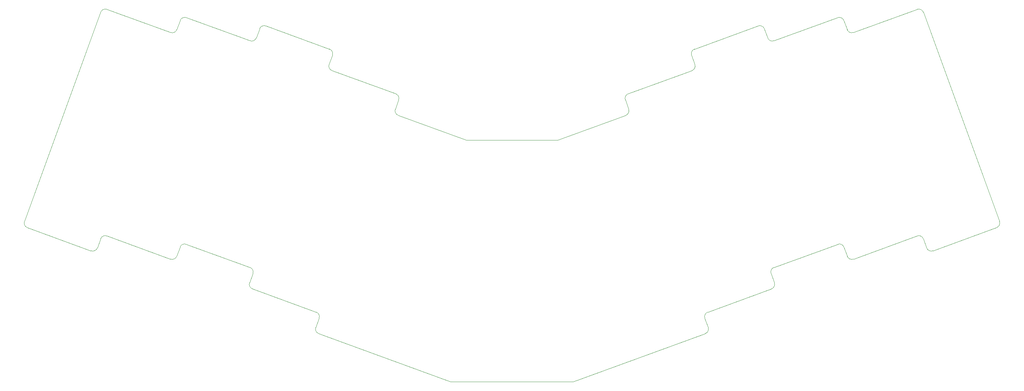
<source format=gbr>
G04 #@! TF.GenerationSoftware,KiCad,Pcbnew,(5.1.4)-1*
G04 #@! TF.CreationDate,2021-01-09T12:31:01-07:00*
G04 #@! TF.ProjectId,CS30 Ergo 3,43533330-2045-4726-976f-20332e6b6963,rev?*
G04 #@! TF.SameCoordinates,Original*
G04 #@! TF.FileFunction,Profile,NP*
%FSLAX46Y46*%
G04 Gerber Fmt 4.6, Leading zero omitted, Abs format (unit mm)*
G04 Created by KiCad (PCBNEW (5.1.4)-1) date 2021-01-09 12:31:01*
%MOMM*%
%LPD*%
G04 APERTURE LIST*
%ADD10C,0.050000*%
G04 APERTURE END LIST*
D10*
X131687286Y-67365629D02*
X154063838Y-67365657D01*
X157946828Y-126770337D02*
X127804358Y-126770373D01*
X171557838Y-59731319D02*
G75*
G02X170846232Y-61257365I-1118826J-407220D01*
G01*
X170743398Y-57493668D02*
G75*
G02X171455006Y-55967620I1118828J407220D01*
G01*
X187830181Y-48740504D02*
G75*
G02X187118573Y-50266550I-1118827J-407219D01*
G01*
X187015742Y-46502852D02*
G75*
G02X187727423Y-44976779I1118826J407220D01*
G01*
X203390916Y-39275733D02*
G75*
G02X204916961Y-39987340I407219J-1118826D01*
G01*
X207257493Y-42936497D02*
G75*
G02X205731475Y-42224965I-407267J1118724D01*
G01*
X222921060Y-37235422D02*
G75*
G02X224447135Y-37947106I407172J-1118931D01*
G01*
X226787591Y-40896292D02*
G75*
G02X225261572Y-40184759I-407267J1118725D01*
G01*
X242451186Y-35195293D02*
G75*
G02X243977156Y-35906928I407144J-1118854D01*
G01*
X262709148Y-87372886D02*
G75*
G02X261997616Y-88898904I-1118724J-407267D01*
G01*
X246334076Y-94600052D02*
G75*
G02X244808031Y-93888445I-407219J1118826D01*
G01*
X242467546Y-90939185D02*
G75*
G02X243993592Y-91650793I407219J-1118827D01*
G01*
X226803978Y-96640258D02*
G75*
G02X225277933Y-95928651I-407219J1118826D01*
G01*
X222937449Y-92979392D02*
G75*
G02X224463494Y-93690999I407219J-1118826D01*
G01*
X206562247Y-100206434D02*
G75*
G02X207273882Y-98680464I1118854J407144D01*
G01*
X207376685Y-102444085D02*
G75*
G02X206665109Y-103970207I-1118798J-407297D01*
G01*
X190289905Y-111197251D02*
G75*
G02X191001539Y-109671279I1118854J407145D01*
G01*
X191104345Y-113434904D02*
G75*
G02X190392765Y-114961024I-1118799J-407294D01*
G01*
X114904994Y-61257290D02*
G75*
G02X114193389Y-59731243I407221J1118826D01*
G01*
X114296221Y-55967546D02*
G75*
G02X115007828Y-57493591I-407219J-1118826D01*
G01*
X98632627Y-50266549D02*
G75*
G02X97920972Y-48740400I407247J1118902D01*
G01*
X98023879Y-44976730D02*
G75*
G02X98735486Y-46502775I-407219J-1118826D01*
G01*
X80834266Y-39987265D02*
G75*
G02X82360312Y-39275657I1118827J-407219D01*
G01*
X80019905Y-42224945D02*
G75*
G02X78493754Y-42936600I-1118903J407248D01*
G01*
X61304244Y-37947085D02*
G75*
G02X62830188Y-37235525I1118752J-407192D01*
G01*
X60489806Y-40184738D02*
G75*
G02X58963657Y-40896393I-1118902J407247D01*
G01*
X41774121Y-35906954D02*
G75*
G02X43300015Y-35195295I1118776J-407117D01*
G01*
X78477319Y-98680463D02*
G75*
G02X79188878Y-100206406I-407192J-1118751D01*
G01*
X79086120Y-103970132D02*
G75*
G02X78374514Y-102444086I407220J1118826D01*
G01*
X94749661Y-109671279D02*
G75*
G02X95461220Y-111197222I-407192J-1118751D01*
G01*
X95358434Y-114961024D02*
G75*
G02X94646781Y-113434875I407248J1118901D01*
G01*
X61287809Y-93690952D02*
G75*
G02X62813751Y-92979392I1118751J-407191D01*
G01*
X60473342Y-95928678D02*
G75*
G02X58947147Y-96640230I-1118874J407322D01*
G01*
X41757636Y-91650718D02*
G75*
G02X43283681Y-90939111I1118826J-407218D01*
G01*
X40943246Y-93888471D02*
G75*
G02X39417050Y-94600024I-1118875J407322D01*
G01*
X23753480Y-88898949D02*
G75*
G02X23041876Y-87372906I407323J1118871D01*
G01*
X244808031Y-93888445D02*
X243993592Y-91650793D01*
X206665109Y-103970207D02*
X191001539Y-109671279D01*
X187830180Y-48740504D02*
X187015817Y-46502824D01*
X225277933Y-95928651D02*
X224463494Y-93690999D01*
X171557839Y-59731320D02*
X170743400Y-57493667D01*
X187727423Y-44976778D02*
X203390915Y-39275733D01*
X204916961Y-39987340D02*
X205731475Y-42224965D01*
X190392765Y-114961024D02*
X157946828Y-126770337D01*
X206562323Y-100206407D02*
X207376761Y-102444060D01*
X207257521Y-42936572D02*
X222921088Y-37235500D01*
X154063838Y-67365657D02*
X170846232Y-61257365D01*
X222937421Y-92979317D02*
X207273854Y-98680389D01*
X242467546Y-90939186D02*
X226803952Y-96640183D01*
X171455006Y-55967620D02*
X187118573Y-50266550D01*
X261997616Y-88898904D02*
X246334049Y-94599977D01*
X224447135Y-37947106D02*
X225261572Y-40184759D01*
X190289981Y-111197223D02*
X191104420Y-113434876D01*
X243977156Y-35906928D02*
X262709223Y-87372859D01*
X226787617Y-40896366D02*
X242451185Y-35195293D01*
X95358463Y-114960948D02*
X127804358Y-126770373D01*
X95461220Y-111197222D02*
X94646781Y-113434875D01*
X79086122Y-103970130D02*
X94749661Y-109671281D01*
X79188878Y-100206406D02*
X78374514Y-102444086D01*
X62813751Y-92979392D02*
X78477318Y-98680464D01*
X60473192Y-95928624D02*
X61287733Y-93690924D01*
X43283681Y-90939111D02*
X58947146Y-96640231D01*
X40943094Y-93888418D02*
X41757636Y-91650716D01*
X23753481Y-88898952D02*
X39417049Y-94600024D01*
X41773969Y-35906900D02*
X23041874Y-87372908D01*
X58963657Y-40896393D02*
X43300015Y-35195293D01*
X61304095Y-37947031D02*
X60489730Y-40184710D01*
X78493754Y-42936600D02*
X62830188Y-37235525D01*
X80834267Y-39987264D02*
X80019725Y-42224965D01*
X98023879Y-44976729D02*
X82360312Y-39275657D01*
X97921020Y-48740505D02*
X98735486Y-46502775D01*
X114296221Y-55967545D02*
X98632627Y-50266550D01*
X114193389Y-59731243D02*
X115007828Y-57493591D01*
X131687286Y-67365629D02*
X114904968Y-61257365D01*
M02*

</source>
